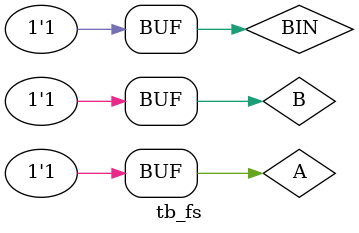
<source format=sv>
module tb_fs;
  reg A,B,BIN;
  wire D, BOUT;
  fs m1(D,BOUT,A,B,BIN);
  initial 
    begin
      $display("A  B  Bin  D  Bout");
      $monitor("%d  %d  %d  %d  %d",A,B,BIN,D,BOUT);
     A=0; B=0; BIN=0;
   #5A=0; B=0; BIN=1;
   #5A=0; B=1; BIN=0;
   #5A=0; B=1; BIN=1;
   #5A=1; B=0; BIN=0;
   #5A=1; B=0; BIN=1;
   #5A=1; B=1; BIN=0;
   #5A=1; B=1; BIN=1;  
    end
   initial
    begin
      $dumpfile("dump.vcd");
      $dumpvars;
    end
endmodule

</source>
